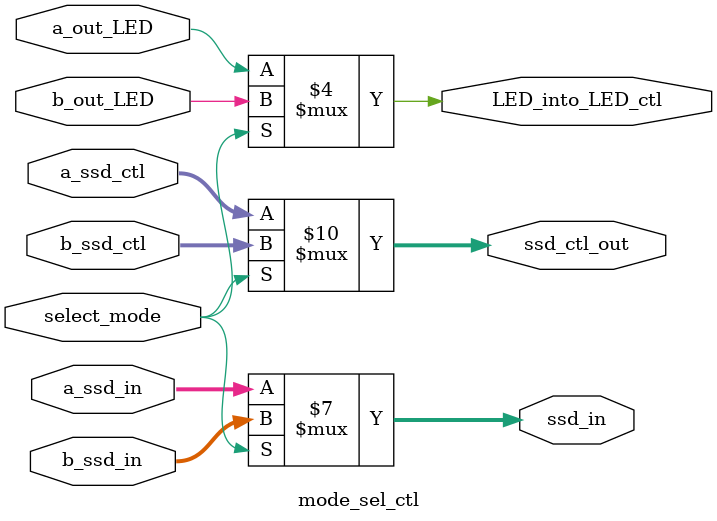
<source format=v>
`timescale 1ns / 1ps

module mode_sel_ctl( 
    select_mode,
    a_ssd_ctl,
    b_ssd_ctl,
    a_ssd_in,
    b_ssd_in,
    a_out_LED,
    b_out_LED,
    LED_into_LED_ctl,
    ssd_in,
    ssd_ctl_out
);
    input select_mode;
    input [3:0] a_ssd_ctl, b_ssd_ctl, a_ssd_in, b_ssd_in;
    input a_out_LED, b_out_LED;

    output reg LED_into_LED_ctl;
    output reg [3:0] ssd_in;
    output reg [3:0] ssd_ctl_out;

    always @*
        if (select_mode == 1'b0)
            begin
                ssd_ctl_out = a_ssd_ctl;
                ssd_in = a_ssd_in;
                LED_into_LED_ctl = a_out_LED;
            end
        else
            begin
                ssd_ctl_out = b_ssd_ctl;
                ssd_in = b_ssd_in;
                LED_into_LED_ctl = b_out_LED;
            end
endmodule





</source>
